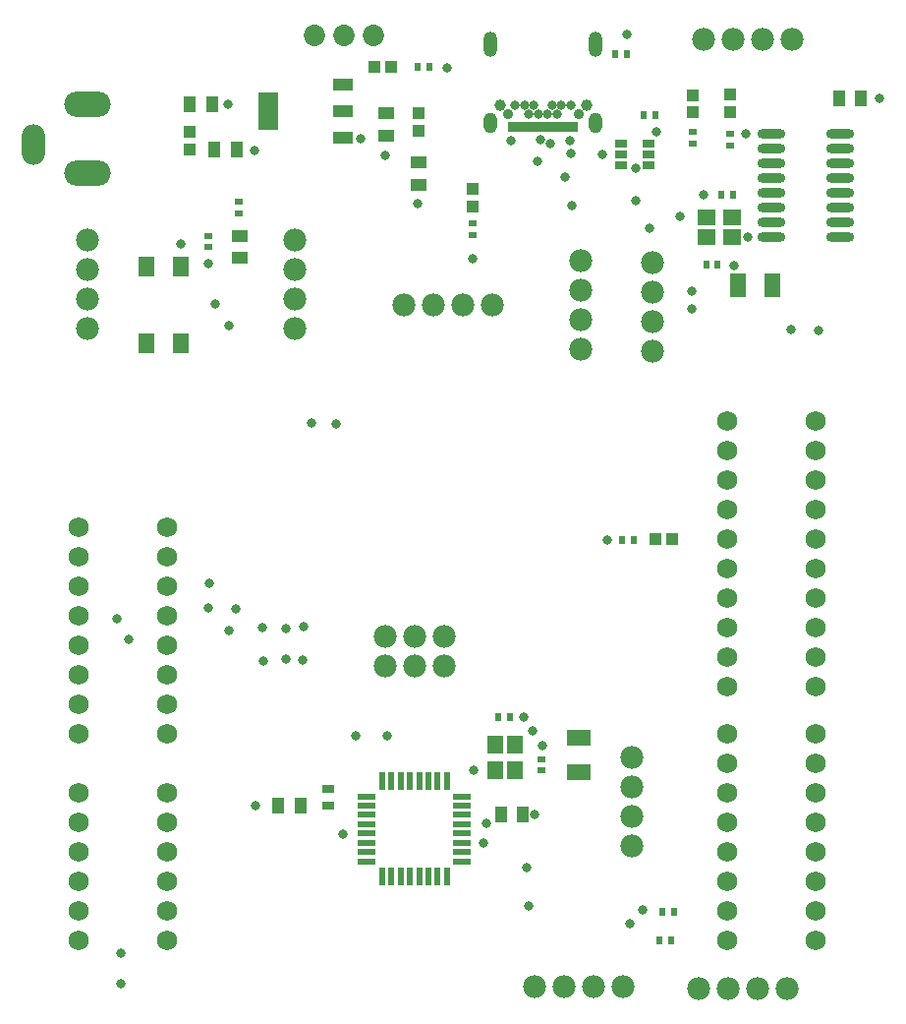
<source format=gts>
G04*
G04 #@! TF.GenerationSoftware,Altium Limited,Altium Designer,22.3.1 (43)*
G04*
G04 Layer_Color=8388736*
%FSLAX25Y25*%
%MOIN*%
G70*
G04*
G04 #@! TF.SameCoordinates,BE9DF307-5FBB-4082-8082-0A4452DDA755*
G04*
G04*
G04 #@! TF.FilePolarity,Negative*
G04*
G01*
G75*
%ADD23R,0.02362X0.02756*%
%ADD28R,0.03937X0.05709*%
%ADD29R,0.03937X0.02953*%
%ADD30R,0.02756X0.02362*%
%ADD32R,0.05709X0.03937*%
%ADD39R,0.05200X0.07900*%
%ADD40R,0.07900X0.05200*%
%ADD41R,0.04137X0.02956*%
%ADD42R,0.03950X0.03950*%
%ADD43R,0.01981X0.03556*%
%ADD44R,0.03950X0.03950*%
%ADD45R,0.05524X0.06311*%
%ADD46R,0.06311X0.05524*%
%ADD47R,0.07100X0.04100*%
%ADD48R,0.07100X0.13000*%
%ADD49O,0.09461X0.03200*%
%ADD50R,0.06000X0.02200*%
%ADD51R,0.02200X0.06000*%
%ADD52R,0.05524X0.06706*%
%ADD53C,0.07800*%
%ADD54O,0.04737X0.08674*%
%ADD55O,0.04737X0.07099*%
%ADD56C,0.03162*%
%ADD57C,0.03556*%
%ADD58C,0.03950*%
%ADD59C,0.06800*%
%ADD60C,0.07296*%
%ADD61O,0.15761X0.08674*%
%ADD62O,0.07887X0.13792*%
%ADD63C,0.03300*%
D23*
X214395Y311629D02*
D03*
X218332D02*
D03*
X211002Y167473D02*
D03*
X207065D02*
D03*
X220896Y41557D02*
D03*
X224833D02*
D03*
X219761Y31864D02*
D03*
X223698D02*
D03*
X244833Y284558D02*
D03*
X240896D02*
D03*
X235597Y260718D02*
D03*
X239534D02*
D03*
X137779Y327668D02*
D03*
X141716D02*
D03*
X204789Y331984D02*
D03*
X208726D02*
D03*
X169076Y107370D02*
D03*
X165139D02*
D03*
D28*
X173424Y74504D02*
D03*
X165943D02*
D03*
X90474Y77538D02*
D03*
X97954D02*
D03*
X60530Y315036D02*
D03*
X68010D02*
D03*
X68873Y299874D02*
D03*
X76353D02*
D03*
X280685Y316997D02*
D03*
X288166D02*
D03*
D29*
X107581Y83022D02*
D03*
Y77510D02*
D03*
D30*
X243673Y305186D02*
D03*
Y301249D02*
D03*
X230953Y305741D02*
D03*
Y301803D02*
D03*
X156380Y270929D02*
D03*
Y274866D02*
D03*
X77216Y278265D02*
D03*
Y282202D02*
D03*
X66771Y270618D02*
D03*
Y266681D02*
D03*
X179752Y89352D02*
D03*
Y93290D02*
D03*
D32*
X126976Y312102D02*
D03*
Y304622D02*
D03*
X77321Y263157D02*
D03*
Y270637D02*
D03*
X138063Y295430D02*
D03*
Y287949D02*
D03*
D39*
X258134Y253975D02*
D03*
X246334D02*
D03*
D40*
X192418Y88753D02*
D03*
Y100553D02*
D03*
D41*
X216215Y301823D02*
D03*
Y298083D02*
D03*
Y294342D02*
D03*
X206914D02*
D03*
Y298083D02*
D03*
Y301823D02*
D03*
D42*
X230953Y318276D02*
D03*
Y312371D02*
D03*
X137981Y312036D02*
D03*
Y306131D02*
D03*
X243673Y312630D02*
D03*
Y318535D02*
D03*
X156554Y280464D02*
D03*
Y286369D02*
D03*
X60537Y299861D02*
D03*
Y305766D02*
D03*
D43*
X169459Y307537D02*
D03*
X171427D02*
D03*
X173396D02*
D03*
X175364D02*
D03*
X177333D02*
D03*
X179301D02*
D03*
X181270D02*
D03*
X183238D02*
D03*
X185207D02*
D03*
X187175D02*
D03*
X189144D02*
D03*
X191112D02*
D03*
D44*
X224234Y167669D02*
D03*
X218328D02*
D03*
X122990Y327739D02*
D03*
X128895D02*
D03*
D45*
X170720Y89563D02*
D03*
Y98224D02*
D03*
X164026Y89563D02*
D03*
Y98225D02*
D03*
D46*
X244323Y276963D02*
D03*
X235662D02*
D03*
X244323Y270270D02*
D03*
X235661D02*
D03*
D47*
X112390Y321859D02*
D03*
Y312759D02*
D03*
Y303659D02*
D03*
D48*
X87190Y312759D02*
D03*
D49*
X281000Y305242D02*
D03*
Y300242D02*
D03*
Y295242D02*
D03*
Y290242D02*
D03*
Y285242D02*
D03*
Y280242D02*
D03*
Y275242D02*
D03*
Y270242D02*
D03*
X257600D02*
D03*
Y275242D02*
D03*
Y280242D02*
D03*
Y285242D02*
D03*
Y290242D02*
D03*
Y295242D02*
D03*
Y300242D02*
D03*
Y305242D02*
D03*
D50*
X152857Y58633D02*
D03*
Y61733D02*
D03*
Y64933D02*
D03*
Y68033D02*
D03*
Y71233D02*
D03*
Y74333D02*
D03*
Y77533D02*
D03*
Y80633D02*
D03*
X120457D02*
D03*
Y77533D02*
D03*
Y74333D02*
D03*
Y71233D02*
D03*
Y68033D02*
D03*
Y64933D02*
D03*
Y61733D02*
D03*
Y58633D02*
D03*
D51*
X147658Y85833D02*
D03*
X144557D02*
D03*
X141358D02*
D03*
X138258D02*
D03*
X135057D02*
D03*
X131957D02*
D03*
X128758D02*
D03*
X125657D02*
D03*
Y53433D02*
D03*
X128758D02*
D03*
X131957D02*
D03*
X135057D02*
D03*
X138258D02*
D03*
X141358D02*
D03*
X144557D02*
D03*
X147658D02*
D03*
D52*
X57408Y234224D02*
D03*
X45597Y260208D02*
D03*
X57408D02*
D03*
X45597Y234224D02*
D03*
D53*
X210558Y73777D02*
D03*
Y63777D02*
D03*
Y93777D02*
D03*
Y83777D02*
D03*
X153113Y247018D02*
D03*
X163113D02*
D03*
X133113D02*
D03*
X143113D02*
D03*
X25612Y259031D02*
D03*
Y269031D02*
D03*
Y239031D02*
D03*
Y249031D02*
D03*
X95989Y259090D02*
D03*
Y269090D02*
D03*
Y239090D02*
D03*
Y249090D02*
D03*
X253086Y15642D02*
D03*
X263086D02*
D03*
X233086D02*
D03*
X243086D02*
D03*
X217383Y241574D02*
D03*
Y231574D02*
D03*
Y261574D02*
D03*
Y251574D02*
D03*
X193171Y242212D02*
D03*
Y232212D02*
D03*
Y262212D02*
D03*
Y252212D02*
D03*
X187271Y16002D02*
D03*
X177271D02*
D03*
X207271D02*
D03*
X197271D02*
D03*
X244769Y337300D02*
D03*
X234769D02*
D03*
X264769D02*
D03*
X254769D02*
D03*
X126906Y124917D02*
D03*
Y134916D02*
D03*
X136906Y124917D02*
D03*
Y134916D02*
D03*
X146906Y124917D02*
D03*
Y134916D02*
D03*
D54*
X198002Y335529D02*
D03*
X162568D02*
D03*
D55*
X198002Y308757D02*
D03*
X162569D02*
D03*
D56*
X181861Y311906D02*
D03*
X178711D02*
D03*
X185010D02*
D03*
X175562D02*
D03*
X183436Y314662D02*
D03*
X177136D02*
D03*
X186585D02*
D03*
X173987D02*
D03*
X189735D02*
D03*
X170837D02*
D03*
D57*
X168278Y311906D02*
D03*
X192294D02*
D03*
D58*
X165621Y314662D02*
D03*
X194951D02*
D03*
D59*
X272635Y207718D02*
D03*
Y197718D02*
D03*
Y187718D02*
D03*
Y177718D02*
D03*
Y167718D02*
D03*
Y157718D02*
D03*
Y147718D02*
D03*
Y137718D02*
D03*
Y127718D02*
D03*
Y117718D02*
D03*
X242635Y207718D02*
D03*
Y197718D02*
D03*
Y187718D02*
D03*
Y177718D02*
D03*
Y167718D02*
D03*
Y157718D02*
D03*
Y147718D02*
D03*
Y137718D02*
D03*
Y127718D02*
D03*
Y117718D02*
D03*
X272635Y101718D02*
D03*
Y91718D02*
D03*
Y81718D02*
D03*
Y71718D02*
D03*
Y61718D02*
D03*
Y51718D02*
D03*
Y41718D02*
D03*
Y31718D02*
D03*
X52635Y171718D02*
D03*
Y161718D02*
D03*
Y151718D02*
D03*
Y141718D02*
D03*
Y131718D02*
D03*
Y121718D02*
D03*
Y111718D02*
D03*
Y101718D02*
D03*
X22635Y171718D02*
D03*
Y161718D02*
D03*
Y151718D02*
D03*
Y141718D02*
D03*
Y131718D02*
D03*
Y121718D02*
D03*
Y111718D02*
D03*
Y101718D02*
D03*
Y81718D02*
D03*
Y71718D02*
D03*
Y61718D02*
D03*
Y51718D02*
D03*
Y41718D02*
D03*
Y31718D02*
D03*
X52635Y81718D02*
D03*
Y71718D02*
D03*
Y61718D02*
D03*
Y51718D02*
D03*
Y41718D02*
D03*
Y31718D02*
D03*
X242635D02*
D03*
Y41718D02*
D03*
Y51718D02*
D03*
Y61718D02*
D03*
Y71718D02*
D03*
Y81718D02*
D03*
Y91718D02*
D03*
Y101718D02*
D03*
D60*
X122763Y338520D02*
D03*
X112763D02*
D03*
X102763D02*
D03*
D61*
X25661Y291690D02*
D03*
Y315312D02*
D03*
D62*
X7354Y301533D02*
D03*
D63*
X178541Y295877D02*
D03*
X189678Y298631D02*
D03*
X189567Y302855D02*
D03*
X179301Y303027D02*
D03*
X182637Y301968D02*
D03*
X230753Y245923D02*
D03*
X230778Y251745D02*
D03*
X176779Y102963D02*
D03*
X218598Y305923D02*
D03*
X200404Y297984D02*
D03*
X273877Y238543D02*
D03*
X264267Y238661D02*
D03*
X110186Y206809D02*
D03*
X101760Y207262D02*
D03*
X69156Y247386D02*
D03*
X73758Y240191D02*
D03*
X209720Y37357D02*
D03*
X214151Y42096D02*
D03*
X211644Y293607D02*
D03*
X216279Y273001D02*
D03*
X211789Y282345D02*
D03*
X190093Y280684D02*
D03*
X187673Y290492D02*
D03*
X208717Y338752D02*
D03*
X156504Y262816D02*
D03*
X169391Y302873D02*
D03*
X202087Y167351D02*
D03*
X127540Y101234D02*
D03*
X116683Y101096D02*
D03*
X66755Y144368D02*
D03*
X67196Y152749D02*
D03*
X76116Y144074D02*
D03*
X73708Y136866D02*
D03*
X52635Y141718D02*
D03*
X85200Y137733D02*
D03*
X175275Y43346D02*
D03*
X174693Y56527D02*
D03*
X36943Y17037D02*
D03*
X37046Y27384D02*
D03*
X160190Y64783D02*
D03*
X161075Y71383D02*
D03*
X242635Y207718D02*
D03*
X85351Y126382D02*
D03*
X242635Y187718D02*
D03*
X98957Y138090D02*
D03*
X98663Y126820D02*
D03*
X242635Y197718D02*
D03*
X93250Y137598D02*
D03*
Y126991D02*
D03*
X39884Y133798D02*
D03*
X35787Y140651D02*
D03*
X112299Y67737D02*
D03*
X173766Y107452D02*
D03*
X156782Y89351D02*
D03*
X179973Y97753D02*
D03*
X177496Y74565D02*
D03*
X82886Y77552D02*
D03*
X249759Y270218D02*
D03*
X226822Y277240D02*
D03*
X244973Y260512D02*
D03*
X234687Y284352D02*
D03*
X249185Y305114D02*
D03*
X294527Y316982D02*
D03*
X147616Y327463D02*
D03*
X57524Y267949D02*
D03*
X66735Y261237D02*
D03*
X82446Y299562D02*
D03*
X137899Y281632D02*
D03*
X126811Y297894D02*
D03*
X118434Y303561D02*
D03*
X73546Y315243D02*
D03*
M02*

</source>
